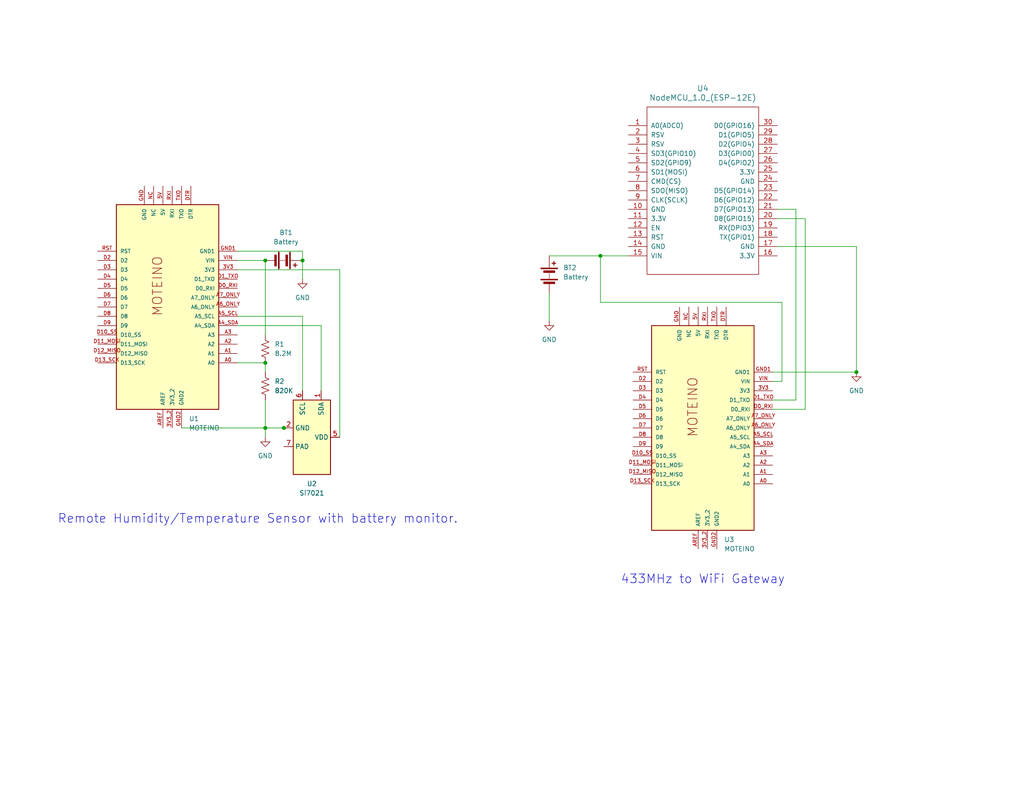
<source format=kicad_sch>
(kicad_sch (version 20231120) (generator "eeschema") (generator_version "8.0")
  (paper "A")
  (title_block (title "RF433 to WIFI GW and Remote sensors") (date "2025-01-13") (rev "0") (company "Falcon"))
  (lib_symbols
    (symbol "Device:Battery" (pin_numbers hide) (pin_names (offset 0) hide)
      (property "Reference" "BT" (at 2.54 2.54 0))
      (property "Value" "Battery" (at 2.54 0 0))
      (symbol "Battery_0_1"
        (rectangle (start -2.286 -1.27) (end 2.286 -1.524) (fill (type outline)))
        (rectangle (start -2.286 1.778) (end 2.286 1.524) (fill (type outline)))
        (rectangle (start -1.524 -2.032) (end 1.524 -2.54) (fill (type outline)))
        (rectangle (start -1.524 1.016) (end 1.524 0.508) (fill (type outline)))
        (polyline (pts (xy 0 -1.016) (xy 0 -0.762)))
        (polyline (pts (xy 0 -0.508) (xy 0 -0.254)))
        (polyline (pts (xy 0 0) (xy 0 0.254)))
        (polyline (pts (xy 0 1.778) (xy 0 2.54)))
        (polyline (pts (xy 0.762 3.048) (xy 1.778 3.048)) (stroke (width 0.254)))
        (polyline (pts (xy 1.27 3.556) (xy 1.27 2.54)) (stroke (width 0.254)))
      )
      (symbol "Battery_1_1"
        (pin passive line (at 0 5.08 270) (length 2.54) (name "+") (number "1"))
        (pin passive line (at 0 -5.08 90) (length 2.54) (name "-") (number "2"))
      )
    )
    (symbol "Device:R_US" (pin_numbers hide) (pin_names (offset 0))
      (property "Reference" "R" (at 2.54 0 90))
      (property "Value" "R_US" (at -2.54 0 90))
      (symbol "R_US_0_1"
        (polyline (pts (xy 0 -2.286) (xy 0 -2.54)))
        (polyline (pts (xy 0 2.286) (xy 0 2.54)))
        (polyline (pts (xy 0 -0.762) (xy 1.016 -1.143) (xy 0 -1.524) (xy -1.016 -1.905) (xy 0 -2.286)))
        (polyline (pts (xy 0 0.762) (xy 1.016 0.381) (xy 0 0) (xy -1.016 -0.381) (xy 0 -0.762)))
        (polyline (pts (xy 0 2.286) (xy 1.016 1.905) (xy 0 1.524) (xy -1.016 1.143) (xy 0 0.762)))
      )
      (symbol "R_US_1_1"
        (pin passive line (at 0 3.81 270) (length 1.27) (name "~") (number "1"))
        (pin passive line (at 0 -3.81 90) (length 1.27) (name "~") (number "2"))
      )
    )
    (symbol "ESP8266:NodeMCU_1.0_(ESP-12E)" (pin_names (offset 1.016))
      (property "Reference" "U" (at 0 21.59 0))
      (property "Value" "NodeMCU_1.0_(ESP-12E)" (at 0 -21.59 0))
      (symbol "NodeMCU_1.0_(ESP-12E)_0_1"
        (rectangle (start -15.24 -22.86) (end 15.24 22.86))
      )
      (symbol "NodeMCU_1.0_(ESP-12E)_1_1"
        (pin input line (at -20.32 17.78 0) (length 5.08) (name "A0(ADC0)") (number "1"))
        (pin input line (at -20.32 -5.08 0) (length 5.08) (name "GND") (number "10"))
        (pin power_out line (at -20.32 -7.62 0) (length 5.08) (name "3.3V") (number "11"))
        (pin input line (at -20.32 -10.16 0) (length 5.08) (name "EN") (number "12"))
        (pin input line (at -20.32 -12.7 0) (length 5.08) (name "RST") (number "13"))
        (pin power_in line (at -20.32 -15.24 0) (length 5.08) (name "GND") (number "14"))
        (pin power_in line (at -20.32 -17.78 0) (length 5.08) (name "VIN") (number "15"))
        (pin power_out line (at 20.32 -17.78 180) (length 5.08) (name "3.3V") (number "16"))
        (pin power_in line (at 20.32 -15.24 180) (length 5.08) (name "GND") (number "17"))
        (pin bidirectional line (at 20.32 -12.7 180) (length 5.08) (name "TX(GPIO1)") (number "18"))
        (pin bidirectional line (at 20.32 -10.16 180) (length 5.08) (name "RX(DPIO3)") (number "19"))
        (pin input line (at -20.32 15.24 0) (length 5.08) (name "RSV") (number "2"))
        (pin bidirectional line (at 20.32 -7.62 180) (length 5.08) (name "D8(GPIO15)") (number "20"))
        (pin bidirectional line (at 20.32 -5.08 180) (length 5.08) (name "D7(GPIO13)") (number "21"))
        (pin bidirectional line (at 20.32 -2.54 180) (length 5.08) (name "D6(GPIO12)") (number "22"))
        (pin bidirectional line (at 20.32 0 180) (length 5.08) (name "D5(GPIO14)") (number "23"))
        (pin power_in line (at 20.32 2.54 180) (length 5.08) (name "GND") (number "24"))
        (pin power_out line (at 20.32 5.08 180) (length 5.08) (name "3.3V") (number "25"))
        (pin bidirectional line (at 20.32 7.62 180) (length 5.08) (name "D4(GPIO2)") (number "26"))
        (pin bidirectional line (at 20.32 10.16 180) (length 5.08) (name "D3(GPIO0)") (number "27"))
        (pin bidirectional line (at 20.32 12.7 180) (length 5.08) (name "D2(GPIO4)") (number "28"))
        (pin bidirectional line (at 20.32 15.24 180) (length 5.08) (name "D1(GPIO5)") (number "29"))
        (pin input line (at -20.32 12.7 0) (length 5.08) (name "RSV") (number "3"))
        (pin bidirectional line (at 20.32 17.78 180) (length 5.08) (name "D0(GPIO16)") (number "30"))
        (pin bidirectional line (at -20.32 10.16 0) (length 5.08) (name "SD3(GPIO10)") (number "4"))
        (pin bidirectional line (at -20.32 7.62 0) (length 5.08) (name "SD2(GPIO9)") (number "5"))
        (pin bidirectional line (at -20.32 5.08 0) (length 5.08) (name "SD1(MOSI)") (number "6"))
        (pin bidirectional line (at -20.32 2.54 0) (length 5.08) (name "CMD(CS)") (number "7"))
        (pin bidirectional line (at -20.32 0 0) (length 5.08) (name "SDO(MISO)") (number "8"))
        (pin bidirectional line (at -20.32 -2.54 0) (length 5.08) (name "CLK(SCLK)") (number "9"))
      )
    )
    (symbol "MOTEINO:MOTEINO" (pin_names (offset 1.016))
      (property "Reference" "U" (at 0 0 0))
      (property "Value" "MOTEINO" (at 0 0 0))
      (symbol "MOTEINO_0_0"
        (rectangle (start -10.16 -25.4) (end 17.78 30.48) (stroke (width 0.254)) (fill (type background)))
        (text "MOTEINO" (at 2.54 0 900) (effects (font (size 2.54 2.54)) (justify left bottom)))
        (pin bidirectional line (at 22.86 12.7 180) (length 5.08) (name "3V3") (number "3V3"))
        (pin bidirectional line (at 5.08 -30.48 90) (length 5.08) (name "3V3_2") (number "3V3_2"))
        (pin bidirectional line (at 2.54 35.56 270) (length 5.08) (name "5V") (number "5V"))
        (pin bidirectional line (at 22.86 -12.7 180) (length 5.08) (name "A0") (number "A0"))
        (pin bidirectional line (at 22.86 -10.16 180) (length 5.08) (name "A1") (number "A1"))
        (pin bidirectional line (at 22.86 -7.62 180) (length 5.08) (name "A2") (number "A2"))
        (pin bidirectional line (at 22.86 -5.08 180) (length 5.08) (name "A3") (number "A3"))
        (pin bidirectional line (at 22.86 -2.54 180) (length 5.08) (name "A4_SDA") (number "A4_SDA"))
        (pin bidirectional line (at 22.86 0 180) (length 5.08) (name "A5_SCL") (number "A5_SCL"))
        (pin bidirectional line (at 22.86 2.54 180) (length 5.08) (name "A6_ONLY") (number "A6_ONLY"))
        (pin bidirectional line (at 22.86 5.08 180) (length 5.08) (name "A7_ONLY") (number "A7_ONLY"))
        (pin bidirectional line (at 2.54 -30.48 90) (length 5.08) (name "AREF") (number "AREF"))
        (pin bidirectional line (at 22.86 7.62 180) (length 5.08) (name "D0_RXI") (number "D0_RXI"))
        (pin bidirectional line (at -15.24 -5.08 0) (length 5.08) (name "D10_SS") (number "D10_SS"))
        (pin bidirectional line (at -15.24 -7.62 0) (length 5.08) (name "D11_MOSI") (number "D11_MOSI"))
        (pin bidirectional line (at -15.24 -10.16 0) (length 5.08) (name "D12_MISO") (number "D12_MISO"))
        (pin bidirectional line (at -15.24 -12.7 0) (length 5.08) (name "D13_SCK") (number "D13_SCK"))
        (pin bidirectional line (at 22.86 10.16 180) (length 5.08) (name "D1_TXO") (number "D1_TXO"))
        (pin bidirectional line (at -15.24 15.24 0) (length 5.08) (name "D2") (number "D2"))
        (pin bidirectional line (at -15.24 12.7 0) (length 5.08) (name "D3") (number "D3"))
        (pin bidirectional line (at -15.24 10.16 0) (length 5.08) (name "D4") (number "D4"))
        (pin bidirectional line (at -15.24 7.62 0) (length 5.08) (name "D5") (number "D5"))
        (pin bidirectional line (at -15.24 5.08 0) (length 5.08) (name "D6") (number "D6"))
        (pin bidirectional line (at -15.24 2.54 0) (length 5.08) (name "D7") (number "D7"))
        (pin bidirectional line (at -15.24 0 0) (length 5.08) (name "D8") (number "D8"))
        (pin bidirectional line (at -15.24 -2.54 0) (length 5.08) (name "D9") (number "D9"))
        (pin bidirectional line (at 10.16 35.56 270) (length 5.08) (name "DTR") (number "DTR"))
        (pin bidirectional line (at -2.54 35.56 270) (length 5.08) (name "GND") (number "GND"))
        (pin bidirectional line (at 22.86 17.78 180) (length 5.08) (name "GND1") (number "GND1"))
        (pin bidirectional line (at 7.62 -30.48 90) (length 5.08) (name "GND2") (number "GND2"))
        (pin bidirectional line (at 0 35.56 270) (length 5.08) (name "NC") (number "NC"))
        (pin bidirectional line (at -15.24 17.78 0) (length 5.08) (name "RST") (number "RST"))
        (pin bidirectional line (at 5.08 35.56 270) (length 5.08) (name "RXI") (number "RXI"))
        (pin bidirectional line (at 7.62 35.56 270) (length 5.08) (name "TXO") (number "TXO"))
        (pin bidirectional line (at 22.86 15.24 180) (length 5.08) (name "VIN") (number "VIN"))
      )
    )
    (symbol "Sensor_Humidity:Si7021-A20"
      (property "Reference" "U" (at -5.08 7.62 0))
      (property "Value" "Si7021-A20" (at -10.16 10.16 0))
      (symbol "Si7021-A20_0_1"
        (rectangle (start -10.16 5.08) (end 10.16 -5.08) (stroke (width 0.254)) (fill (type background)))
      )
      (symbol "Si7021-A20_1_1"
        (pin bidirectional line (at -12.7 2.54 0) (length 2.54) (name "SDA") (number "1"))
        (pin power_in line (at -2.54 -7.62 90) (length 2.54) (name "GND") (number "2"))
        (pin no_connect line (at 10.16 2.54 180) (length 2.54) hide (name "NC") (number "3"))
        (pin no_connect line (at 10.16 -2.54 180) (length 2.54) hide (name "NC") (number "4"))
        (pin power_in line (at 0 7.62 270) (length 2.54) (name "VDD") (number "5"))
        (pin input line (at -12.7 -2.54 0) (length 2.54) (name "SCL") (number "6"))
        (pin passive line (at 2.54 -7.62 90) (length 2.54) (name "PAD") (number "7"))
      )
    )
    (symbol "power:GND" (power) (pin_numbers hide) (pin_names (offset 0) hide)
      (property "Value" "GND" (at 0 -3.81 0))
      (symbol "GND_0_1"
        (polyline (pts (xy 0 0) (xy 0 -1.27) (xy 1.27 -1.27) (xy 0 -2.54) (xy -1.27 -1.27) (xy 0 -1.27)))
      )
      (symbol "GND_1_1"
        (pin power_in line (at 0 0 270) (length 0) (name "~") (number "1"))
      )
    )
  )
  (junction (at 82.55 71.12))
  (junction (at 233.68 101.6))
  (junction (at 72.39 99.06))
  (junction (at 72.39 116.84))
  (junction (at 163.83 69.85))
  (junction (at 77.47 116.84))
  (junction (at 72.39 71.12))
  (wire (pts (xy 64.77 71.12) (xy 72.39 71.12)))
  (wire (pts (xy 64.77 73.66) (xy 92.71 73.66)))
  (wire (pts (xy 233.68 67.31) (xy 212.09 67.31)))
  (wire (pts (xy 217.17 57.15) (xy 217.17 109.22)))
  (wire (pts (xy 219.71 111.76) (xy 210.82 111.76)))
  (wire (pts (xy 149.86 80.01) (xy 149.86 87.63)))
  (wire (pts (xy 82.55 71.12) (xy 82.55 68.58)))
  (wire (pts (xy 217.17 109.22) (xy 210.82 109.22)))
  (wire (pts (xy 77.47 116.84) (xy 78.74 116.84)))
  (wire (pts (xy 219.71 59.69) (xy 219.71 111.76)))
  (wire (pts (xy 212.09 57.15) (xy 217.17 57.15)))
  (wire (pts (xy 163.83 69.85) (xy 171.45 69.85)))
  (wire (pts (xy 213.36 82.55) (xy 213.36 104.14)))
  (wire (pts (xy 72.39 116.84) (xy 72.39 119.38)))
  (wire (pts (xy 163.83 82.55) (xy 213.36 82.55)))
  (wire (pts (xy 82.55 76.2) (xy 82.55 71.12)))
  (wire (pts (xy 64.77 99.06) (xy 72.39 99.06)))
  (wire (pts (xy 163.83 69.85) (xy 163.83 82.55)))
  (wire (pts (xy 49.53 116.84) (xy 72.39 116.84)))
  (wire (pts (xy 82.55 106.68) (xy 82.55 86.36)))
  (wire (pts (xy 82.55 68.58) (xy 64.77 68.58)))
  (wire (pts (xy 87.63 106.68) (xy 87.63 88.9)))
  (wire (pts (xy 212.09 59.69) (xy 219.71 59.69)))
  (wire (pts (xy 87.63 88.9) (xy 64.77 88.9)))
  (wire (pts (xy 77.47 116.84) (xy 72.39 116.84)))
  (wire (pts (xy 233.68 101.6) (xy 233.68 67.31)))
  (wire (pts (xy 92.71 119.38) (xy 92.71 73.66)))
  (wire (pts (xy 72.39 99.06) (xy 72.39 101.6)))
  (wire (pts (xy 72.39 71.12) (xy 72.39 91.44)))
  (wire (pts (xy 210.82 101.6) (xy 233.68 101.6)))
  (wire (pts (xy 149.86 69.85) (xy 163.83 69.85)))
  (wire (pts (xy 72.39 109.22) (xy 72.39 116.84)))
  (wire (pts (xy 210.82 104.14) (xy 213.36 104.14)))
  (wire (pts (xy 82.55 86.36) (xy 64.77 86.36)))
  (text "Remote Humidity/Temperature Sensor with battery monitor." (at 70.358 141.732 0) (effects (font (size 2.4 2.4))))
  (text "433MHz to WiFi Gateway" (at 191.77 158.242 0) (effects (font (size 2.4 2.4))))
  (symbol (lib_id "MOTEINO:MOTEINO") (at 187.96 119.38 0) (unit 1)
    (property "Reference" "U3" (at 197.5994 147.32 0) (effects (justify left)))
    (property "Value" "MOTEINO" (at 197.5994 149.86 0) (effects (justify left)))
  )
  (symbol (lib_id "power:GND") (at 82.55 76.2 0) (unit 1)
    (property "Reference" "#PWR02" (effects (hide yes)))
    (property "Value" "GND" (at 82.55 81.28 0))
    (property "Description" "Power symbol creates a global label with name \"GND\" , ground" (effects (hide yes)))
  )
  (symbol (lib_id "Sensor_Humidity:Si7021-A20") (at 85.09 119.38 270) (unit 1)
    (property "Reference" "U2" (at 85.09 132.08 90))
    (property "Value" "Si7021" (at 85.09 134.62 90))
    (property "Footprint" "Package_DFN_QFN:DFN-6-1EP_3x3mm_P1mm_EP1.5x2.4mm" (effects (hide yes)))
    (property "Datasheet" "https://www.silabs.com/documents/public/data-sheets/Si7021-A20.pdf" (effects (hide yes)))
    (property "Description" "I2C Humidity and Temperature Sensor, DFN-6" (effects (hide yes)))
  )
  (symbol (lib_id "Device:Battery") (at 149.86 74.93 0) (unit 1)
    (property "Reference" "BT2" (at 153.67 73.0884 0) (effects (justify left)))
    (property "Value" "Battery" (at 153.67 75.6284 0) (effects (justify left)))
    (property "Description" "Multiple-cell battery" (effects (hide yes)))
  )
  (symbol (lib_id "Device:R_US") (at 72.39 95.25 0) (unit 1)
    (property "Reference" "R1" (at 74.93 93.9799 0) (effects (justify left)))
    (property "Value" "8.2M" (at 74.93 96.5199 0) (effects (justify left)))
    (property "Description" "Resistor, US symbol" (effects (hide yes)))
  )
  (symbol (lib_id "power:GND") (at 233.68 101.6 0) (unit 1)
    (property "Reference" "#PWR03" (effects (hide yes)))
    (property "Value" "GND" (at 233.68 106.68 0))
    (property "Description" "Power symbol creates a global label with name \"GND\" , ground" (effects (hide yes)))
  )
  (symbol (lib_id "power:GND") (at 72.39 119.38 0) (unit 1)
    (property "Reference" "#PWR01" (effects (hide yes)))
    (property "Value" "GND" (at 72.39 124.46 0))
    (property "Description" "Power symbol creates a global label with name \"GND\" , ground" (effects (hide yes)))
  )
  (symbol (lib_id "MOTEINO:MOTEINO") (at 41.91 86.36 0) (unit 1)
    (property "Reference" "U1" (at 51.5494 114.3 0) (effects (justify left)))
    (property "Value" "MOTEINO" (at 51.5494 116.84 0) (effects (justify left)))
  )
  (symbol (lib_id "Device:Battery") (at 77.47 71.12 270) (unit 1)
    (property "Reference" "BT1" (at 78.0415 63.5 90))
    (property "Value" "Battery" (at 78.0415 66.04 90))
    (property "Description" "Multiple-cell battery" (effects (hide yes)))
  )
  (symbol (lib_id "ESP8266:NodeMCU_1.0_(ESP-12E)") (at 191.77 52.07 0) (unit 1)
    (property "Reference" "U4" (at 191.77 24.13 0) (effects (font (size 1.524 1.524))))
    (property "Value" "NodeMCU_1.0_(ESP-12E)" (at 191.77 26.67 0) (effects (font (size 1.524 1.524))))
  )
  (symbol (lib_id "Device:R_US") (at 72.39 105.41 0) (unit 1)
    (property "Reference" "R2" (at 74.93 104.1399 0) (effects (justify left)))
    (property "Value" "820K" (at 74.93 106.6799 0) (effects (justify left)))
    (property "Description" "Resistor, US symbol" (effects (hide yes)))
  )
  (symbol (lib_id "power:GND") (at 149.86 87.63 0) (unit 1)
    (property "Reference" "#PWR04" (effects (hide yes)))
    (property "Value" "GND" (at 149.86 92.71 0))
    (property "Description" "Power symbol creates a global label with name \"GND\" , ground" (effects (hide yes)))
  )
)
</source>
